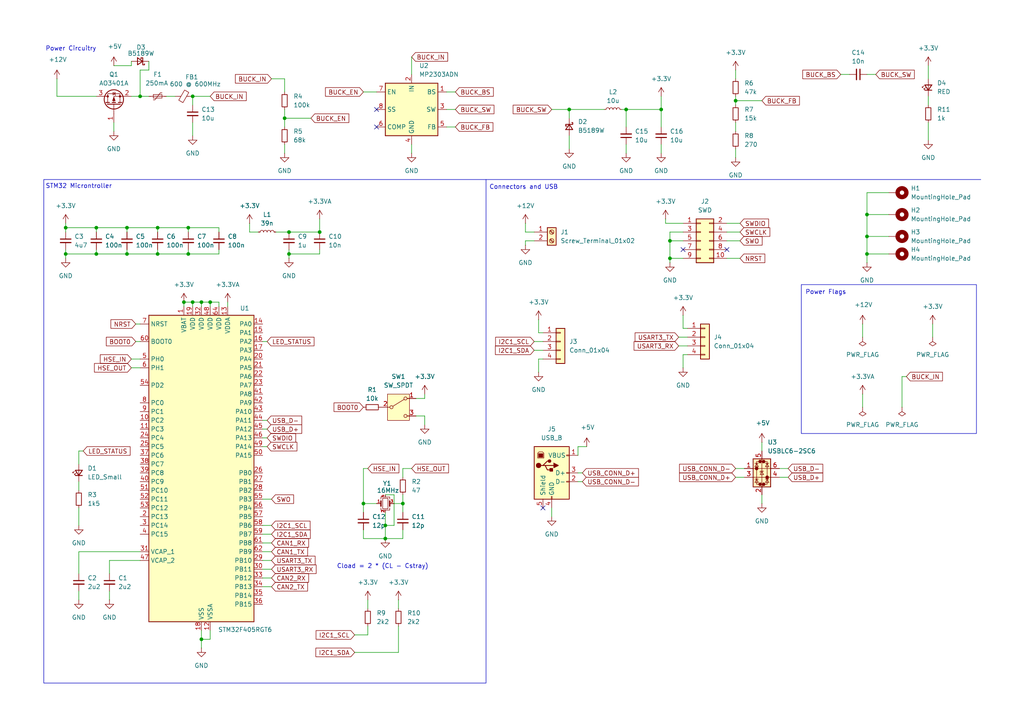
<source format=kicad_sch>
(kicad_sch (version 20231120) (generator "eeschema") (generator_version "8.0")
  (paper "A4")
  (title_block (title "STM32F4 Test Board") (date "2024-03-16") (company "Senior Design Project"))
  (lib_symbols
    (symbol "Connector:Screw_Terminal_01x02" (pin_names (offset 1.016) hide)
      (property "Reference" "J" (at 0 2.54 0))
      (property "Value" "Screw_Terminal_01x02" (at 0 -5.08 0))
      (symbol "Screw_Terminal_01x02_1_1"
        (pin passive line (at -5.08 0 0) (length 3.81) (name "Pin_1") (number "1"))
        (pin passive line (at -5.08 -2.54 0) (length 3.81) (name "Pin_2") (number "2"))
      )
    )
    (symbol "Connector:USB_B" (pin_names (offset 1.016))
      (property "Reference" "J" (at -5.08 11.43 0))
      (property "Value" "USB_B" (at -5.08 8.89 0))
      (symbol "USB_B_1_1"
        (pin power_out line (at 7.62 5.08 180) (length 2.54) (name "VBUS") (number "1"))
        (pin bidirectional line (at 7.62 -2.54 180) (length 2.54) (name "D-") (number "2"))
        (pin bidirectional line (at 7.62 0 180) (length 2.54) (name "D+") (number "3"))
        (pin power_out line (at 0 -10.16 90) (length 2.54) (name "GND") (number "4"))
        (pin passive line (at -2.54 -10.16 90) (length 2.54) (name "Shield") (number "5"))
      )
    )
    (symbol "Connector_Generic:Conn_01x04" (pin_names (offset 1.016) hide)
      (property "Reference" "J" (at 0 5.08 0))
      (property "Value" "Conn_01x04" (at 0 -7.62 0))
      (symbol "Conn_01x04_1_1"
        (pin passive line (at -5.08 2.54 0) (length 3.81) (name "Pin_1") (number "1"))
        (pin passive line (at -5.08 0 0) (length 3.81) (name "Pin_2") (number "2"))
        (pin passive line (at -5.08 -2.54 0) (length 3.81) (name "Pin_3") (number "3"))
        (pin passive line (at -5.08 -5.08 0) (length 3.81) (name "Pin_4") (number "4"))
      )
    )
    (symbol "Connector_Generic:Conn_02x05_Odd_Even" (pin_names (offset 1.016) hide)
      (property "Reference" "J" (at 1.27 7.62 0))
      (property "Value" "Conn_02x05_Odd_Even" (at 1.27 -7.62 0))
      (symbol "Conn_02x05_Odd_Even_1_1"
        (pin passive line (at -5.08 5.08 0) (length 3.81) (name "Pin_1") (number "1"))
        (pin passive line (at 7.62 -5.08 180) (length 3.81) (name "Pin_10") (number "10"))
        (pin passive line (at 7.62 5.08 180) (length 3.81) (name "Pin_2") (number "2"))
        (pin passive line (at -5.08 2.54 0) (length 3.81) (name "Pin_3") (number "3"))
        (pin passive line (at 7.62 2.54 180) (length 3.81) (name "Pin_4") (number "4"))
        (pin passive line (at -5.08 0 0) (length 3.81) (name "Pin_5") (number "5"))
        (pin passive line (at 7.62 0 180) (length 3.81) (name "Pin_6") (number "6"))
        (pin passive line (at -5.08 -2.54 0) (length 3.81) (name "Pin_7") (number "7"))
        (pin passive line (at 7.62 -2.54 180) (length 3.81) (name "Pin_8") (number "8"))
        (pin passive line (at -5.08 -5.08 0) (length 3.81) (name "Pin_9") (number "9"))
      )
    )
    (symbol "Device:C_Small" (pin_numbers hide) (pin_names (offset 0.254) hide)
      (property "Reference" "C" (at 0.254 1.778 0))
      (property "Value" "C_Small" (at 0.254 -2.032 0))
      (symbol "C_Small_1_1"
        (pin passive line (at 0 2.54 270) (length 2.032) (name "~") (number "1"))
        (pin passive line (at 0 -2.54 90) (length 2.032) (name "~") (number "2"))
      )
    )
    (symbol "Device:Crystal_GND24_Small" (pin_names (offset 1.016) hide)
      (property "Reference" "Y" (at 1.27 4.445 0))
      (property "Value" "Crystal_GND24_Small" (at 1.27 2.54 0))
      (symbol "Crystal_GND24_Small_1_1"
        (pin passive line (at -2.54 0 0) (length 1.27) (name "1") (number "1"))
        (pin passive line (at 0 -2.54 90) (length 0.635) (name "2") (number "2"))
        (pin passive line (at 2.54 0 180) (length 1.27) (name "3") (number "3"))
        (pin passive line (at 0 2.54 270) (length 0.635) (name "4") (number "4"))
      )
    )
    (symbol "Device:D_Schottky_Small" (pin_numbers hide) (pin_names (offset 0.254) hide)
      (property "Reference" "D" (at -1.27 2.032 0))
      (property "Value" "D_Schottky_Small" (at -7.112 -2.032 0))
      (symbol "D_Schottky_Small_1_1"
        (pin passive line (at -2.54 0 0) (length 1.778) (name "K") (number "1"))
        (pin passive line (at 2.54 0 180) (length 1.778) (name "A") (number "2"))
      )
    )
    (symbol "Device:FerriteBead_Small" (pin_numbers hide) (pin_names (offset 0))
      (property "Reference" "FB" (at 1.905 1.27 0))
      (property "Value" "FerriteBead_Small" (at 1.905 -1.27 0))
      (symbol "FerriteBead_Small_1_1"
        (pin passive line (at 0 2.54 270) (length 1.27) (name "~") (number "1"))
        (pin passive line (at 0 -2.54 90) (length 1.27) (name "~") (number "2"))
      )
    )
    (symbol "Device:LED_Small" (pin_numbers hide) (pin_names (offset 0.254) hide)
      (property "Reference" "D" (at -1.27 3.175 0))
      (property "Value" "LED_Small" (at -4.445 -2.54 0))
      (symbol "LED_Small_1_1"
        (pin passive line (at -2.54 0 0) (length 1.778) (name "K") (number "1"))
        (pin passive line (at 2.54 0 180) (length 1.778) (name "A") (number "2"))
      )
    )
    (symbol "Device:L_Small" (pin_numbers hide) (pin_names (offset 0.254) hide)
      (property "Reference" "L" (at 0.762 1.016 0))
      (property "Value" "L_Small" (at 0.762 -1.016 0))
      (symbol "L_Small_1_1"
        (pin passive line (at 0 2.54 270) (length 0.508) (name "~") (number "1"))
        (pin passive line (at 0 -2.54 90) (length 0.508) (name "~") (number "2"))
      )
    )
    (symbol "Device:Polyfuse_Small" (pin_numbers hide) (pin_names (offset 0))
      (property "Reference" "F" (at -1.905 0 90))
      (property "Value" "Polyfuse_Small" (at 1.905 0 90))
      (symbol "Polyfuse_Small_1_1"
        (pin passive line (at 0 2.54 270) (length 0.635) (name "~") (number "1"))
        (pin passive line (at 0 -2.54 90) (length 0.635) (name "~") (number "2"))
      )
    )
    (symbol "Device:R_Small" (pin_numbers hide) (pin_names (offset 0.254) hide)
      (property "Reference" "R" (at 0.762 0.508 0))
      (property "Value" "R_Small" (at 0.762 -1.016 0))
      (symbol "R_Small_1_1"
        (pin passive line (at 0 2.54 270) (length 0.762) (name "~") (number "1"))
        (pin passive line (at 0 -2.54 90) (length 0.762) (name "~") (number "2"))
      )
    )
    (symbol "MCU_ST_STM32F4:STM32F405RGTx"
      (property "Reference" "U" (at -15.24 46.99 0))
      (property "Value" "STM32F405RGTx" (at 10.16 46.99 0))
      (symbol "STM32F405RGTx_1_1"
        (pin power_in line (at -5.08 48.26 270) (length 2.54) (name "VBAT") (number "1"))
        (pin bidirectional line (at -17.78 15.24 0) (length 2.54) (name "PC2") (number "10"))
        (pin bidirectional line (at -17.78 12.7 0) (length 2.54) (name "PC3") (number "11"))
        (pin power_in line (at 2.54 -45.72 90) (length 2.54) (name "VSSA") (number "12"))
        (pin power_in line (at 7.62 48.26 270) (length 2.54) (name "VDDA") (number "13"))
        (pin bidirectional line (at 17.78 43.18 180) (length 2.54) (name "PA0") (number "14"))
        (pin bidirectional line (at 17.78 40.64 180) (length 2.54) (name "PA1") (number "15"))
        (pin bidirectional line (at 17.78 38.1 180) (length 2.54) (name "PA2") (number "16"))
        (pin bidirectional line (at 17.78 35.56 180) (length 2.54) (name "PA3") (number "17"))
        (pin power_in line (at 0 -45.72 90) (length 2.54) (name "VSS") (number "18"))
        (pin power_in line (at -2.54 48.26 270) (length 2.54) (name "VDD") (number "19"))
        (pin bidirectional line (at -17.78 -12.7 0) (length 2.54) (name "PC13") (number "2"))
        (pin bidirectional line (at 17.78 33.02 180) (length 2.54) (name "PA4") (number "20"))
        (pin bidirectional line (at 17.78 30.48 180) (length 2.54) (name "PA5") (number "21"))
        (pin bidirectional line (at 17.78 27.94 180) (length 2.54) (name "PA6") (number "22"))
        (pin bidirectional line (at 17.78 25.4 180) (length 2.54) (name "PA7") (number "23"))
        (pin bidirectional line (at -17.78 10.16 0) (length 2.54) (name "PC4") (number "24"))
        (pin bidirectional line (at -17.78 7.62 0) (length 2.54) (name "PC5") (number "25"))
        (pin bidirectional line (at 17.78 0 180) (length 2.54) (name "PB0") (number "26"))
        (pin bidirectional line (at 17.78 -2.54 180) (length 2.54) (name "PB1") (number "27"))
        (pin bidirectional line (at 17.78 -5.08 180) (length 2.54) (name "PB2") (number "28"))
        (pin bidirectional line (at 17.78 -25.4 180) (length 2.54) (name "PB10") (number "29"))
        (pin bidirectional line (at -17.78 -15.24 0) (length 2.54) (name "PC14") (number "3"))
        (pin bidirectional line (at 17.78 -27.94 180) (length 2.54) (name "PB11") (number "30"))
        (pin power_out line (at -17.78 -22.86 0) (length 2.54) (name "VCAP_1") (number "31"))
        (pin power_in line (at 0 48.26 270) (length 2.54) (name "VDD") (number "32"))
        (pin bidirectional line (at 17.78 -30.48 180) (length 2.54) (name "PB12") (number "33"))
        (pin bidirectional line (at 17.78 -33.02 180) (length 2.54) (name "PB13") (number "34"))
        (pin bidirectional line (at 17.78 -35.56 180) (length 2.54) (name "PB14") (number "35"))
        (pin bidirectional line (at 17.78 -38.1 180) (length 2.54) (name "PB15") (number "36"))
        (pin bidirectional line (at -17.78 5.08 0) (length 2.54) (name "PC6") (number "37"))
        (pin bidirectional line (at -17.78 2.54 0) (length 2.54) (name "PC7") (number "38"))
        (pin bidirectional line (at -17.78 0 0) (length 2.54) (name "PC8") (number "39"))
        (pin bidirectional line (at -17.78 -17.78 0) (length 2.54) (name "PC15") (number "4"))
        (pin bidirectional line (at -17.78 -2.54 0) (length 2.54) (name "PC9") (number "40"))
        (pin bidirectional line (at 17.78 22.86 180) (length 2.54) (name "PA8") (number "41"))
        (pin bidirectional line (at 17.78 20.32 180) (length 2.54) (name "PA9") (number "42"))
        (pin bidirectional line (at 17.78 17.78 180) (length 2.54) (name "PA10") (number "43"))
        (pin bidirectional line (at 17.78 15.24 180) (length 2.54) (name "PA11") (number "44"))
        (pin bidirectional line (at 17.78 12.7 180) (length 2.54) (name "PA12") (number "45"))
        (pin bidirectional line (at 17.78 10.16 180) (length 2.54) (name "PA13") (number "46"))
        (pin power_out line (at -17.78 -25.4 0) (length 2.54) (name "VCAP_2") (number "47"))
        (pin power_in line (at 2.54 48.26 270) (length 2.54) (name "VDD") (number "48"))
        (pin bidirectional line (at 17.78 7.62 180) (length 2.54) (name "PA14") (number "49"))
        (pin bidirectional line (at -17.78 33.02 0) (length 2.54) (name "PH0") (number "5"))
        (pin bidirectional line (at 17.78 5.08 180) (length 2.54) (name "PA15") (number "50"))
        (pin bidirectional line (at -17.78 -5.08 0) (length 2.54) (name "PC10") (number "51"))
        (pin bidirectional line (at -17.78 -7.62 0) (length 2.54) (name "PC11") (number "52"))
        (pin bidirectional line (at -17.78 -10.16 0) (length 2.54) (name "PC12") (number "53"))
        (pin bidirectional line (at -17.78 25.4 0) (length 2.54) (name "PD2") (number "54"))
        (pin bidirectional line (at 17.78 -7.62 180) (length 2.54) (name "PB3") (number "55"))
        (pin bidirectional line (at 17.78 -10.16 180) (length 2.54) (name "PB4") (number "56"))
        (pin bidirectional line (at 17.78 -12.7 180) (length 2.54) (name "PB5") (number "57"))
        (pin bidirectional line (at 17.78 -15.24 180) (length 2.54) (name "PB6") (number "58"))
        (pin bidirectional line (at 17.78 -17.78 180) (length 2.54) (name "PB7") (number "59"))
        (pin bidirectional line (at -17.78 30.48 0) (length 2.54) (name "PH1") (number "6"))
        (pin input line (at -17.78 38.1 0) (length 2.54) (name "BOOT0") (number "60"))
        (pin bidirectional line (at 17.78 -20.32 180) (length 2.54) (name "PB8") (number "61"))
        (pin bidirectional line (at 17.78 -22.86 180) (length 2.54) (name "PB9") (number "62"))
        (pin passive line (at 0 -45.72 90) (length 2.54) hide (name "VSS") (number "63"))
        (pin power_in line (at 5.08 48.26 270) (length 2.54) (name "VDD") (number "64"))
        (pin input line (at -17.78 43.18 0) (length 2.54) (name "NRST") (number "7"))
        (pin bidirectional line (at -17.78 20.32 0) (length 2.54) (name "PC0") (number "8"))
        (pin bidirectional line (at -17.78 17.78 0) (length 2.54) (name "PC1") (number "9"))
      )
    )
    (symbol "Mechanical:MountingHole_Pad" (pin_numbers hide) (pin_names (offset 1.016) hide) (exclude_from_sim yes) (in_bom no)
      (property "Reference" "H" (at 0 6.35 0))
      (property "Value" "MountingHole_Pad" (at 0 4.445 0))
      (symbol "MountingHole_Pad_1_1"
        (pin input line (at 0 -2.54 90) (length 2.54) (name "1") (number "1"))
      )
    )
    (symbol "Power_Protection:USBLC6-2SC6" (pin_names hide)
      (property "Reference" "U" (at 0.635 5.715 0))
      (property "Value" "USBLC6-2SC6" (at 0.635 3.81 0))
      (symbol "USBLC6-2SC6_1_1"
        (pin passive line (at -5.08 0 0) (length 2.54) (name "I/O1") (number "1"))
        (pin passive line (at 0 -7.62 90) (length 2.54) (name "GND") (number "2"))
        (pin passive line (at -5.08 -2.54 0) (length 2.54) (name "I/O2") (number "3"))
        (pin passive line (at 5.08 -2.54 180) (length 2.54) (name "I/O2") (number "4"))
        (pin passive line (at 0 5.08 270) (length 2.54) (name "VBUS") (number "5"))
        (pin passive line (at 5.08 0 180) (length 2.54) (name "I/O1") (number "6"))
      )
    )
    (symbol "Regulator_Switching:MP2303ADN"
      (property "Reference" "U" (at -7.366 8.636 0))
      (property "Value" "MP2303ADN" (at 7.62 8.89 0))
      (symbol "MP2303ADN_1_1"
        (pin passive line (at 10.16 5.08 180) (length 2.54) (name "BS") (number "1"))
        (pin power_in line (at 0 10.16 270) (length 2.54) (name "IN") (number "2"))
        (pin output line (at 10.16 0 180) (length 2.54) (name "SW") (number "3"))
        (pin power_in line (at 0 -10.16 90) (length 2.54) (name "GND") (number "4"))
        (pin input line (at 10.16 -5.08 180) (length 2.54) (name "FB") (number "5"))
        (pin passive line (at -10.16 -5.08 0) (length 2.54) (name "COMP") (number "6"))
        (pin input line (at -10.16 5.08 0) (length 2.54) (name "EN") (number "7"))
        (pin input line (at -10.16 0 0) (length 2.54) (name "SS") (number "8"))
      )
    )
    (symbol "Switch:SW_SPDT" (pin_names (offset 0) hide)
      (property "Reference" "SW" (at 0 5.08 0))
      (property "Value" "SW_SPDT" (at 0 -5.08 0))
      (symbol "SW_SPDT_1_1"
        (pin passive line (at 5.08 2.54 180) (length 2.54) (name "A") (number "1"))
        (pin passive line (at -5.08 0 0) (length 2.54) (name "B") (number "2"))
        (pin passive line (at 5.08 -2.54 180) (length 2.54) (name "C") (number "3"))
      )
    )
    (symbol "Transistor_FET:AO3401A" (pin_names hide)
      (property "Reference" "Q" (at 5.08 1.905 0))
      (property "Value" "AO3401A" (at 5.08 0 0))
      (symbol "AO3401A_1_1"
        (pin input line (at -5.08 0 0) (length 2.54) (name "G") (number "1"))
        (pin passive line (at 2.54 -5.08 90) (length 2.54) (name "S") (number "2"))
        (pin passive line (at 2.54 5.08 270) (length 2.54) (name "D") (number "3"))
      )
    )
    (symbol "power:+12V" (power) (pin_numbers hide) (pin_names (offset 0) hide)
      (property "Value" "+12V" (at 0 3.556 0))
      (symbol "+12V_1_1"
        (pin power_in line (at 0 0 90) (length 0) (name "~") (number "1"))
      )
    )
    (symbol "power:+3.3V" (power) (pin_numbers hide) (pin_names (offset 0) hide)
      (property "Value" "+3.3V" (at 0 3.556 0))
      (symbol "+3.3V_1_1"
        (pin power_in line (at 0 0 90) (length 0) (name "~") (number "1"))
      )
    )
    (symbol "power:+3.3VA" (power) (pin_numbers hide) (pin_names (offset 0) hide)
      (property "Value" "+3.3VA" (at 0 3.556 0))
      (symbol "+3.3VA_1_1"
        (pin power_in line (at 0 0 90) (length 0) (name "~") (number "1"))
      )
    )
    (symbol "power:GND" (power) (pin_numbers hide) (pin_names (offset 0) hide)
      (property "Value" "GND" (at 0 -3.81 0))
      (symbol "GND_1_1"
        (pin power_in line (at 0 0 270) (length 0) (name "~") (number "1"))
      )
    )
    (symbol "power:PWR_FLAG" (power) (pin_numbers hide) (pin_names (offset 0) hide)
      (property "Value" "PWR_FLAG" (at 0 3.81 0))
      (symbol "PWR_FLAG_0_0"
        (pin power_out line (at 0 0 90) (length 0) (name "~") (number "1"))
      )
    )
  )
  (junction (at 111.76 156.21))
  (junction (at 27.94 66.04))
  (junction (at 116.84 146.05))
  (junction (at 45.72 66.04))
  (junction (at 251.46 73.66))
  (junction (at 83.82 67.31))
  (junction (at 181.61 31.75))
  (junction (at 83.82 73.66))
  (junction (at 19.05 73.66))
  (junction (at 36.83 66.04))
  (junction (at 105.41 146.05))
  (junction (at 27.94 73.66))
  (junction (at 82.55 34.29))
  (junction (at 213.36 29.21))
  (junction (at 58.42 185.42))
  (junction (at 45.72 73.66))
  (junction (at 165.1 31.75))
  (junction (at 92.71 67.31))
  (junction (at 194.31 74.93))
  (junction (at 251.46 62.23))
  (junction (at 40.64 27.94))
  (junction (at 54.61 73.66))
  (junction (at 36.83 73.66))
  (junction (at 54.61 66.04))
  (junction (at 60.96 87.63))
  (junction (at 251.46 68.58))
  (junction (at 191.77 31.75))
  (junction (at 111.76 152.4))
  (junction (at 58.42 87.63))
  (junction (at 194.31 69.85))
  (junction (at 19.05 66.04))
  (junction (at 55.88 87.63))
  (junction (at 55.88 27.94))
  (junction (at 53.34 87.63))
  (no_connect (at 198.12 72.39))
  (no_connect (at 157.48 147.32))
  (no_connect (at 109.22 31.75))
  (no_connect (at 210.82 72.39))
  (no_connect (at 109.22 36.83))
  (wire (pts (xy 251.46 21.59) (xy 254 21.59)))
  (wire (pts (xy 119.38 41.91) (xy 119.38 44.45)))
  (wire (pts (xy 60.96 87.63) (xy 60.96 88.9)))
  (wire (pts (xy 198.12 95.25) (xy 199.39 95.25)))
  (wire (pts (xy 58.42 182.88) (xy 58.42 185.42)))
  (wire (pts (xy 76.2 154.94) (xy 78.74 154.94)))
  (wire (pts (xy 152.4 71.12) (xy 152.4 69.85)))
  (wire (pts (xy 76.2 170.18) (xy 78.74 170.18)))
  (wire (pts (xy 191.77 41.91) (xy 191.77 44.45)))
  (wire (pts (xy 213.36 135.89) (xy 215.9 135.89)))
  (wire (pts (xy 102.87 189.23) (xy 115.57 189.23)))
  (wire (pts (xy 76.2 167.64) (xy 78.74 167.64)))
  (wire (pts (xy 45.72 66.04) (xy 45.72 67.31)))
  (wire (pts (xy 19.05 72.39) (xy 19.05 73.66)))
  (wire (pts (xy 129.54 26.67) (xy 132.08 26.67)))
  (wire (pts (xy 111.76 148.59) (xy 111.76 152.4)))
  (wire (pts (xy 220.98 128.27) (xy 220.98 130.81)))
  (wire (pts (xy 22.86 147.32) (xy 22.86 152.4)))
  (wire (pts (xy 82.55 22.86) (xy 82.55 26.67)))
  (wire (pts (xy 55.88 87.63) (xy 53.34 87.63)))
  (wire (pts (xy 213.36 29.21) (xy 213.36 30.48)))
  (wire (pts (xy 40.64 20.32) (xy 40.64 27.94)))
  (wire (pts (xy 63.5 72.39) (xy 63.5 73.66)))
  (wire (pts (xy 36.83 66.04) (xy 36.83 67.31)))
  (wire (pts (xy 45.72 66.04) (xy 36.83 66.04)))
  (wire (pts (xy 251.46 68.58) (xy 251.46 73.66)))
  (wire (pts (xy 55.88 87.63) (xy 55.88 88.9)))
  (wire (pts (xy 198.12 91.44) (xy 198.12 95.25)))
  (wire (pts (xy 251.46 68.58) (xy 257.81 68.58)))
  (wire (pts (xy 115.57 189.23) (xy 115.57 181.61)))
  (wire (pts (xy 119.38 135.89) (xy 116.84 135.89)))
  (wire (pts (xy 198.12 67.31) (xy 194.31 67.31)))
  (wire (pts (xy 156.21 104.14) (xy 157.48 104.14)))
  (wire (pts (xy 63.5 73.66) (xy 54.61 73.66)))
  (wire (pts (xy 19.05 64.77) (xy 19.05 66.04)))
  (wire (pts (xy 269.24 19.05) (xy 269.24 22.86)))
  (wire (pts (xy 196.85 100.33) (xy 199.39 100.33)))
  (wire (pts (xy 129.54 31.75) (xy 132.08 31.75)))
  (wire (pts (xy 105.41 26.67) (xy 109.22 26.67)))
  (wire (pts (xy 54.61 72.39) (xy 54.61 73.66)))
  (wire (pts (xy 27.94 72.39) (xy 27.94 73.66)))
  (wire (pts (xy 106.68 184.15) (xy 106.68 181.61)))
  (wire (pts (xy 154.94 67.31) (xy 152.4 67.31)))
  (wire (pts (xy 76.2 144.78) (xy 78.74 144.78)))
  (wire (pts (xy 31.75 166.37) (xy 31.75 162.56)))
  (wire (pts (xy 167.64 139.7) (xy 168.91 139.7)))
  (wire (pts (xy 55.88 35.56) (xy 55.88 39.37)))
  (wire (pts (xy 22.86 130.81) (xy 22.86 134.62)))
  (wire (pts (xy 76.2 160.02) (xy 78.74 160.02)))
  (wire (pts (xy 33.02 35.56) (xy 33.02 38.1)))
  (wire (pts (xy 251.46 55.88) (xy 251.46 62.23)))
  (wire (pts (xy 213.36 43.18) (xy 213.36 45.72)))
  (wire (pts (xy 76.2 127) (xy 77.47 127)))
  (wire (pts (xy 154.94 101.6) (xy 157.48 101.6)))
  (wire (pts (xy 114.3 152.4) (xy 111.76 152.4)))
  (wire (pts (xy 261.62 118.11) (xy 261.62 109.22)))
  (wire (pts (xy 167.64 129.54) (xy 167.64 132.08)))
  (wire (pts (xy 165.1 39.37) (xy 165.1 43.18)))
  (wire (pts (xy 210.82 64.77) (xy 214.63 64.77)))
  (wire (pts (xy 80.01 67.31) (xy 83.82 67.31)))
  (wire (pts (xy 269.24 35.56) (xy 269.24 40.64)))
  (wire (pts (xy 72.39 67.31) (xy 74.93 67.31)))
  (wire (pts (xy 43.18 20.32) (xy 40.64 20.32)))
  (wire (pts (xy 213.36 20.32) (xy 213.36 22.86)))
  (wire (pts (xy 198.12 102.87) (xy 199.39 102.87)))
  (wire (pts (xy 181.61 31.75) (xy 181.61 36.83)))
  (wire (pts (xy 55.88 27.94) (xy 60.96 27.94)))
  (wire (pts (xy 129.54 36.83) (xy 132.08 36.83)))
  (wire (pts (xy 106.68 135.89) (xy 105.41 135.89)))
  (wire (pts (xy 54.61 66.04) (xy 54.61 67.31)))
  (wire (pts (xy 63.5 87.63) (xy 60.96 87.63)))
  (wire (pts (xy 33.02 19.05) (xy 38.1 19.05)))
  (wire (pts (xy 261.62 109.22) (xy 262.89 109.22)))
  (wire (pts (xy 116.84 135.89) (xy 116.84 138.43)))
  (wire (pts (xy 123.19 115.57) (xy 123.19 114.3)))
  (wire (pts (xy 250.19 93.98) (xy 250.19 97.79)))
  (wire (pts (xy 66.04 87.63) (xy 66.04 88.9)))
  (wire (pts (xy 76.2 121.92) (xy 77.47 121.92)))
  (wire (pts (xy 160.02 31.75) (xy 165.1 31.75)))
  (wire (pts (xy 156.21 96.52) (xy 157.48 96.52)))
  (wire (pts (xy 36.83 73.66) (xy 27.94 73.66)))
  (wire (pts (xy 191.77 31.75) (xy 191.77 27.94)))
  (wire (pts (xy 194.31 74.93) (xy 194.31 76.2)))
  (wire (pts (xy 194.31 69.85) (xy 194.31 74.93)))
  (wire (pts (xy 54.61 73.66) (xy 45.72 73.66)))
  (wire (pts (xy 160.02 149.86) (xy 160.02 147.32)))
  (wire (pts (xy 210.82 67.31) (xy 214.63 67.31)))
  (wire (pts (xy 220.98 143.51) (xy 220.98 146.05)))
  (wire (pts (xy 226.06 135.89) (xy 228.6 135.89)))
  (wire (pts (xy 22.86 171.45) (xy 22.86 173.99)))
  (wire (pts (xy 198.12 106.68) (xy 198.12 102.87)))
  (wire (pts (xy 53.34 87.63) (xy 53.34 88.9)))
  (wire (pts (xy 60.96 185.42) (xy 58.42 185.42)))
  (wire (pts (xy 76.2 157.48) (xy 78.74 157.48)))
  (wire (pts (xy 31.75 171.45) (xy 31.75 173.99)))
  (wire (pts (xy 196.85 97.79) (xy 199.39 97.79)))
  (wire (pts (xy 251.46 62.23) (xy 251.46 68.58)))
  (wire (pts (xy 72.39 64.77) (xy 72.39 67.31)))
  (wire (pts (xy 83.82 73.66) (xy 83.82 74.93)))
  (wire (pts (xy 180.34 31.75) (xy 181.61 31.75)))
  (wire (pts (xy 167.64 129.54) (xy 170.18 129.54)))
  (wire (pts (xy 105.41 146.05) (xy 109.22 146.05)))
  (wire (pts (xy 250.19 114.3) (xy 250.19 118.11)))
  (wire (pts (xy 251.46 73.66) (xy 251.46 76.2)))
  (wire (pts (xy 43.18 17.78) (xy 43.18 20.32)))
  (wire (pts (xy 102.87 184.15) (xy 106.68 184.15)))
  (wire (pts (xy 92.71 73.66) (xy 83.82 73.66)))
  (wire (pts (xy 213.36 29.21) (xy 220.98 29.21)))
  (wire (pts (xy 194.31 69.85) (xy 198.12 69.85)))
  (wire (pts (xy 92.71 72.39) (xy 92.71 73.66)))
  (wire (pts (xy 76.2 162.56) (xy 78.74 162.56)))
  (wire (pts (xy 213.36 27.94) (xy 213.36 29.21)))
  (wire (pts (xy 210.82 74.93) (xy 214.63 74.93)))
  (wire (pts (xy 194.31 67.31) (xy 194.31 69.85)))
  (wire (pts (xy 54.61 66.04) (xy 45.72 66.04)))
  (wire (pts (xy 82.55 34.29) (xy 90.17 34.29)))
  (wire (pts (xy 198.12 64.77) (xy 193.04 64.77)))
  (wire (pts (xy 76.2 152.4) (xy 78.74 152.4)))
  (wire (pts (xy 45.72 72.39) (xy 45.72 73.66)))
  (wire (pts (xy 116.84 146.05) (xy 114.3 146.05)))
  (wire (pts (xy 58.42 185.42) (xy 58.42 187.96)))
  (wire (pts (xy 38.1 104.14) (xy 40.64 104.14)))
  (wire (pts (xy 76.2 165.1) (xy 78.74 165.1)))
  (wire (pts (xy 226.06 138.43) (xy 228.6 138.43)))
  (wire (pts (xy 92.71 63.5) (xy 92.71 67.31)))
  (wire (pts (xy 55.88 27.94) (xy 55.88 30.48)))
  (wire (pts (xy 116.84 148.59) (xy 116.84 146.05)))
  (wire (pts (xy 120.65 120.65) (xy 123.19 120.65)))
  (wire (pts (xy 83.82 67.31) (xy 92.71 67.31)))
  (wire (pts (xy 105.41 156.21) (xy 111.76 156.21)))
  (wire (pts (xy 38.1 106.68) (xy 40.64 106.68)))
  (wire (pts (xy 60.96 87.63) (xy 58.42 87.63)))
  (wire (pts (xy 39.37 93.98) (xy 40.64 93.98)))
  (wire (pts (xy 152.4 67.31) (xy 152.4 64.77)))
  (wire (pts (xy 105.41 135.89) (xy 105.41 146.05)))
  (wire (pts (xy 76.2 129.54) (xy 77.47 129.54)))
  (wire (pts (xy 78.74 22.86) (xy 82.55 22.86)))
  (wire (pts (xy 63.5 67.31) (xy 63.5 66.04)))
  (wire (pts (xy 38.1 19.05) (xy 38.1 17.78)))
  (wire (pts (xy 194.31 74.93) (xy 198.12 74.93)))
  (wire (pts (xy 269.24 27.94) (xy 269.24 30.48)))
  (wire (pts (xy 60.96 182.88) (xy 60.96 185.42)))
  (wire (pts (xy 123.19 120.65) (xy 123.19 123.19)))
  (wire (pts (xy 156.21 107.95) (xy 156.21 104.14)))
  (wire (pts (xy 111.76 143.51) (xy 114.3 143.51)))
  (wire (pts (xy 243.84 21.59) (xy 246.38 21.59)))
  (wire (pts (xy 31.75 162.56) (xy 40.64 162.56)))
  (wire (pts (xy 115.57 173.99) (xy 115.57 176.53)))
  (wire (pts (xy 257.81 55.88) (xy 251.46 55.88)))
  (wire (pts (xy 105.41 148.59) (xy 105.41 146.05)))
  (wire (pts (xy 181.61 31.75) (xy 191.77 31.75)))
  (wire (pts (xy 16.51 27.94) (xy 27.94 27.94)))
  (wire (pts (xy 181.61 41.91) (xy 181.61 44.45)))
  (wire (pts (xy 36.83 72.39) (xy 36.83 73.66)))
  (wire (pts (xy 251.46 73.66) (xy 257.81 73.66)))
  (wire (pts (xy 22.86 139.7) (xy 22.86 142.24)))
  (wire (pts (xy 213.36 138.43) (xy 215.9 138.43)))
  (wire (pts (xy 58.42 87.63) (xy 58.42 88.9)))
  (wire (pts (xy 45.72 73.66) (xy 36.83 73.66)))
  (wire (pts (xy 111.76 152.4) (xy 111.76 156.21)))
  (polyline (pts (xy 140.97 52.07) (xy 284.48 52.07)))
  (wire (pts (xy 39.37 99.06) (xy 40.64 99.06)))
  (wire (pts (xy 82.55 41.91) (xy 82.55 44.45)))
  (wire (pts (xy 27.94 73.66) (xy 19.05 73.66)))
  (wire (pts (xy 82.55 31.75) (xy 82.55 34.29)))
  (wire (pts (xy 76.2 99.06) (xy 77.47 99.06)))
  (wire (pts (xy 152.4 69.85) (xy 154.94 69.85)))
  (wire (pts (xy 22.86 160.02) (xy 40.64 160.02)))
  (wire (pts (xy 106.68 173.99) (xy 106.68 176.53)))
  (wire (pts (xy 24.13 130.81) (xy 22.86 130.81)))
  (wire (pts (xy 27.94 66.04) (xy 27.94 67.31)))
  (wire (pts (xy 48.26 27.94) (xy 50.8 27.94)))
  (wire (pts (xy 76.2 124.46) (xy 77.47 124.46)))
  (wire (pts (xy 58.42 87.63) (xy 55.88 87.63)))
  (wire (pts (xy 105.41 153.67) (xy 105.41 156.21)))
  (wire (pts (xy 116.84 153.67) (xy 116.84 156.21)))
  (wire (pts (xy 116.84 143.51) (xy 116.84 146.05)))
  (wire (pts (xy 165.1 31.75) (xy 175.26 31.75)))
  (wire (pts (xy 193.04 64.77) (xy 193.04 63.5)))
  (wire (pts (xy 63.5 88.9) (xy 63.5 87.63)))
  (wire (pts (xy 119.38 16.51) (xy 119.38 21.59)))
  (wire (pts (xy 19.05 73.66) (xy 19.05 74.93)))
  (wire (pts (xy 191.77 31.75) (xy 191.77 36.83)))
  (wire (pts (xy 22.86 166.37) (xy 22.86 160.02)))
  (wire (pts (xy 16.51 22.86) (xy 16.51 27.94)))
  (wire (pts (xy 154.94 99.06) (xy 157.48 99.06)))
  (wire (pts (xy 116.84 156.21) (xy 111.76 156.21)))
  (wire (pts (xy 114.3 143.51) (xy 114.3 152.4)))
  (wire (pts (xy 36.83 66.04) (xy 27.94 66.04)))
  (wire (pts (xy 156.21 92.71) (xy 156.21 96.52)))
  (wire (pts (xy 27.94 66.04) (xy 19.05 66.04)))
  (wire (pts (xy 270.51 93.98) (xy 270.51 97.79)))
  (wire (pts (xy 168.91 137.16) (xy 167.64 137.16)))
  (wire (pts (xy 120.65 115.57) (xy 123.19 115.57)))
  (wire (pts (xy 165.1 31.75) (xy 165.1 34.29)))
  (wire (pts (xy 251.46 62.23) (xy 257.81 62.23)))
  (wire (pts (xy 40.64 27.94) (xy 43.18 27.94)))
  (wire (pts (xy 82.55 34.29) (xy 82.55 36.83)))
  (wire (pts (xy 19.05 66.04) (xy 19.05 67.31)))
  (wire (pts (xy 63.5 66.04) (xy 54.61 66.04)))
  (wire (pts (xy 38.1 27.94) (xy 40.64 27.94)))
  (wire (pts (xy 210.82 69.85) (xy 214.63 69.85)))
  (wire (pts (xy 83.82 72.39) (xy 83.82 73.66)))
  (wire (pts (xy 213.36 35.56) (xy 213.36 38.1)))
  (rectangle (start 12.7 52.07) (end 140.97 198.12))
  (rectangle (start 232.41 82.55) (end 283.21 125.73))
  (text "STM32 Microntroller" (at 22.86 54.102 0) (effects (font (size 1.27 1.27))))
  (text "Power Flags" (at 239.522 84.836 0) (effects (font (size 1.27 1.27))))
  (text "Connectors and USB" (at 151.892 54.356 0) (effects (font (size 1.27 1.27))))
  (text "Power Circuitry" (at 20.574 14.224 0) (effects (font (size 1.27 1.27))))
  (text "Cload = 2 * (CL - Cstray)" (at 110.998 164.338 0) (effects (font (size 1.27 1.27))))
  (global_label "BUCK_EN" (shape input) (at 105.41 26.67 180) (property "Intersheetrefs" "${INTERSHEET_REFS}" (effects (hide yes))))
  (global_label "BUCK_IN" (shape input) (at 78.74 22.86 180) (property "Intersheetrefs" "${INTERSHEET_REFS}" (effects (hide yes))))
  (global_label "USART3_RX" (shape input) (at 196.85 100.33 180) (property "Intersheetrefs" "${INTERSHEET_REFS}" (effects (hide yes))))
  (global_label "I2C1_SDA" (shape input) (at 78.74 154.94 0) (property "Intersheetrefs" "${INTERSHEET_REFS}" (effects (hide yes))))
  (global_label "HSE_OUT" (shape input) (at 119.38 135.89 0) (property "Intersheetrefs" "${INTERSHEET_REFS}" (effects (hide yes))))
  (global_label "I2C1_SDA" (shape input) (at 154.94 101.6 180) (property "Intersheetrefs" "${INTERSHEET_REFS}" (effects (hide yes))))
  (global_label "SWO" (shape input) (at 214.63 69.85 0) (property "Intersheetrefs" "${INTERSHEET_REFS}" (effects (hide yes))))
  (global_label "BUCK_IN" (shape input) (at 119.38 16.51 0) (property "Intersheetrefs" "${INTERSHEET_REFS}" (effects (hide yes))))
  (global_label "CAN1_RX" (shape input) (at 78.74 157.48 0) (property "Intersheetrefs" "${INTERSHEET_REFS}" (effects (hide yes))))
  (global_label "USB_D-" (shape input) (at 228.6 135.89 0) (property "Intersheetrefs" "${INTERSHEET_REFS}" (effects (hide yes))))
  (global_label "USB_CONN_D+" (shape input) (at 168.91 137.16 0) (property "Intersheetrefs" "${INTERSHEET_REFS}" (effects (hide yes))))
  (global_label "BUCK_SW" (shape input) (at 254 21.59 0) (property "Intersheetrefs" "${INTERSHEET_REFS}" (effects (hide yes))))
  (global_label "HSE_OUT" (shape input) (at 38.1 106.68 180) (property "Intersheetrefs" "${INTERSHEET_REFS}" (effects (hide yes))))
  (global_label "BUCK_IN" (shape input) (at 60.96 27.94 0) (property "Intersheetrefs" "${INTERSHEET_REFS}" (effects (hide yes))))
  (global_label "SWO" (shape input) (at 78.74 144.78 0) (property "Intersheetrefs" "${INTERSHEET_REFS}" (effects (hide yes))))
  (global_label "USART3_TX" (shape input) (at 78.74 162.56 0) (property "Intersheetrefs" "${INTERSHEET_REFS}" (effects (hide yes))))
  (global_label "CAN1_TX" (shape input) (at 78.74 160.02 0) (property "Intersheetrefs" "${INTERSHEET_REFS}" (effects (hide yes))))
  (global_label "BUCK_BS" (shape input) (at 243.84 21.59 180) (property "Intersheetrefs" "${INTERSHEET_REFS}" (effects (hide yes))))
  (global_label "USART3_TX" (shape input) (at 196.85 97.79 180) (property "Intersheetrefs" "${INTERSHEET_REFS}" (effects (hide yes))))
  (global_label "BUCK_EN" (shape input) (at 90.17 34.29 0) (property "Intersheetrefs" "${INTERSHEET_REFS}" (effects (hide yes))))
  (global_label "SWCLK" (shape input) (at 77.47 129.54 0) (property "Intersheetrefs" "${INTERSHEET_REFS}" (effects (hide yes))))
  (global_label "I2C1_SCL" (shape input) (at 78.74 152.4 0) (property "Intersheetrefs" "${INTERSHEET_REFS}" (effects (hide yes))))
  (global_label "USB_CONN_D-" (shape input) (at 213.36 135.89 180) (property "Intersheetrefs" "${INTERSHEET_REFS}" (effects (hide yes))))
  (global_label "BOOT0" (shape input) (at 39.37 99.06 180) (property "Intersheetrefs" "${INTERSHEET_REFS}" (effects (hide yes))))
  (global_label "I2C1_SCL" (shape input) (at 102.87 184.15 180) (property "Intersheetrefs" "${INTERSHEET_REFS}" (effects (hide yes))))
  (global_label "USART3_RX" (shape input) (at 78.74 165.1 0) (property "Intersheetrefs" "${INTERSHEET_REFS}" (effects (hide yes))))
  (global_label "USB_D+" (shape input) (at 77.47 124.46 0) (property "Intersheetrefs" "${INTERSHEET_REFS}" (effects (hide yes))))
  (global_label "CAN2_TX" (shape input) (at 78.74 170.18 0) (property "Intersheetrefs" "${INTERSHEET_REFS}" (effects (hide yes))))
  (global_label "LED_STATUS" (shape input) (at 77.47 99.06 0) (property "Intersheetrefs" "${INTERSHEET_REFS}" (effects (hide yes))))
  (global_label "HSE_IN" (shape input) (at 106.68 135.89 0) (property "Intersheetrefs" "${INTERSHEET_REFS}" (effects (hide yes))))
  (global_label "USB_D+" (shape input) (at 228.6 138.43 0) (property "Intersheetrefs" "${INTERSHEET_REFS}" (effects (hide yes))))
  (global_label "BUCK_FB" (shape input) (at 132.08 36.83 0) (property "Intersheetrefs" "${INTERSHEET_REFS}" (effects (hide yes))))
  (global_label "USB_CONN_D+" (shape input) (at 213.36 138.43 180) (property "Intersheetrefs" "${INTERSHEET_REFS}" (effects (hide yes))))
  (global_label "NRST" (shape input) (at 214.63 74.93 0) (property "Intersheetrefs" "${INTERSHEET_REFS}" (effects (hide yes))))
  (global_label "SWDIO" (shape input) (at 214.63 64.77 0) (property "Intersheetrefs" "${INTERSHEET_REFS}" (effects (hide yes))))
  (global_label "I2C1_SDA" (shape input) (at 102.87 189.23 180) (property "Intersheetrefs" "${INTERSHEET_REFS}" (effects (hide yes))))
  (global_label "BUCK_SW" (shape input) (at 132.08 31.75 0) (property "Intersheetrefs" "${INTERSHEET_REFS}" (effects (hide yes))))
  (global_label "BUCK_IN" (shape input) (at 262.89 109.22 0) (property "Intersheetrefs" "${INTERSHEET_REFS}" (effects (hide yes))))
  (global_label "BOOT0" (shape input) (at 105.41 118.11 180) (property "Intersheetrefs" "${INTERSHEET_REFS}" (effects (hide yes))))
  (global_label "USB_D-" (shape input) (at 77.47 121.92 0) (property "Intersheetrefs" "${INTERSHEET_REFS}" (effects (hide yes))))
  (global_label "NRST" (shape input) (at 39.37 93.98 180) (property "Intersheetrefs" "${INTERSHEET_REFS}" (effects (hide yes))))
  (global_label "LED_STATUS" (shape input) (at 24.13 130.81 0) (property "Intersheetrefs" "${INTERSHEET_REFS}" (effects (hide yes))))
  (global_label "BUCK_FB" (shape input) (at 220.98 29.21 0) (property "Intersheetrefs" "${INTERSHEET_REFS}" (effects (hide yes))))
  (global_label "USB_CONN_D-" (shape input) (at 168.91 139.7 0) (property "Intersheetrefs" "${INTERSHEET_REFS}" (effects (hide yes))))
  (global_label "CAN2_RX" (shape input) (at 78.74 167.64 0) (property "Intersheetrefs" "${INTERSHEET_REFS}" (effects (hide yes))))
  (global_label "SWCLK" (shape input) (at 214.63 67.31 0) (property "Intersheetrefs" "${INTERSHEET_REFS}" (effects (hide yes))))
  (global_label "BUCK_SW" (shape input) (at 160.02 31.75 180) (property "Intersheetrefs" "${INTERSHEET_REFS}" (effects (hide yes))))
  (global_label "HSE_IN" (shape input) (at 38.1 104.14 180) (property "Intersheetrefs" "${INTERSHEET_REFS}" (effects (hide yes))))
  (global_label "BUCK_BS" (shape input) (at 132.08 26.67 0) (property "Intersheetrefs" "${INTERSHEET_REFS}" (effects (hide yes))))
  (global_label "SWDIO" (shape input) (at 77.47 127 0) (property "Intersheetrefs" "${INTERSHEET_REFS}" (effects (hide yes))))
  (global_label "I2C1_SCL" (shape input) (at 154.94 99.06 180) (property "Intersheetrefs" "${INTERSHEET_REFS}" (effects (hide yes))))
  (symbol (lib_id "power:+3.3VA") (at 250.19 114.3 0) (unit 1)
    (property "Reference" "#PWR045" (effects (hide yes)))
    (property "Value" "+3.3VA" (at 250.19 109.22 0))
    (property "Description" "Power symbol creates a global label with name \"+3.3VA\"" (effects (hide yes)))
  )
  (symbol (lib_id "power:+3.3VA") (at 66.04 87.63 0) (unit 1)
    (property "Reference" "#PWR03" (effects (hide yes)))
    (property "Value" "+3.3VA" (at 66.04 82.55 0))
    (property "Description" "Power symbol creates a global label with name \"+3.3VA\"" (effects (hide yes)))
  )
  (symbol (lib_id "power:+3.3V") (at 115.57 173.99 0) (unit 1)
    (property "Reference" "#PWR031" (effects (hide yes)))
    (property "Value" "+3.3V" (at 115.57 168.91 0))
    (property "Description" "Power symbol creates a global label with name \"+3.3V\"" (effects (hide yes)))
  )
  (symbol (lib_id "Device:L_Small") (at 177.8 31.75 90) (unit 1)
    (property "Reference" "L2" (at 177.8 26.67 90))
    (property "Value" "10u" (at 177.8 29.21 90))
    (property "Footprint" "Inductor_SMD:L_Sunlord_MWSA0518S" (effects (hide yes)))
    (property "Description" "Inductor, small symbol" (effects (hide yes)))
  )
  (symbol (lib_id "Device:C_Small") (at 19.05 69.85 0) (unit 1)
    (property "Reference" "C3" (at 21.59 68.5862 0) (effects (justify left)))
    (property "Value" "4u7" (at 21.59 71.1262 0) (effects (justify left)))
    (property "Footprint" "Capacitor_SMD:C_0603_1608Metric" (effects (hide yes)))
    (property "Description" "Unpolarized capacitor, small symbol" (effects (hide yes)))
  )
  (symbol (lib_id "Device:C_Small") (at 248.92 21.59 270) (unit 1)
    (property "Reference" "C14" (at 248.9136 15.24 90))
    (property "Value" "10n" (at 248.9136 17.78 90))
    (property "Footprint" "Capacitor_SMD:C_0603_1608Metric" (effects (hide yes)))
    (property "Description" "Unpolarized capacitor, small symbol" (effects (hide yes)))
  )
  (symbol (lib_id "power:GND") (at 191.77 44.45 0) (unit 1)
    (property "Reference" "#PWR022" (effects (hide yes)))
    (property "Value" "GND" (at 191.77 49.53 0))
    (property "Description" "Power symbol creates a global label with name \"GND\" , ground" (effects (hide yes)))
  )
  (symbol (lib_id "Device:C_Small") (at 105.41 151.13 0) (unit 1)
    (property "Reference" "C12" (at 107.95 149.8662 0) (effects (justify left)))
    (property "Value" "12p" (at 107.95 152.4062 0) (effects (justify left)))
    (property "Footprint" "Capacitor_SMD:C_0402_1005Metric" (effects (hide yes)))
    (property "Description" "Unpolarized capacitor, small symbol" (effects (hide yes)))
  )
  (symbol (lib_id "Mechanical:MountingHole_Pad") (at 260.35 55.88 270) (unit 1) (exclude_from_sim yes) (in_bom no)
    (property "Reference" "H1" (at 264.16 54.6099 90) (effects (justify left)))
    (property "Value" "MountingHole_Pad" (at 264.16 57.1499 90) (effects (justify left)))
    (property "Footprint" "MountingHole:MountingHole_4.3mm_M4_Pad_Via" (effects (hide yes)))
    (property "Description" "Mounting Hole with connection" (effects (hide yes)))
  )
  (symbol (lib_id "power:GND") (at 181.61 44.45 0) (unit 1)
    (property "Reference" "#PWR021" (effects (hide yes)))
    (property "Value" "GND" (at 181.61 49.53 0))
    (property "Description" "Power symbol creates a global label with name \"GND\" , ground" (effects (hide yes)))
  )
  (symbol (lib_id "power:+3.3VA") (at 92.71 63.5 0) (unit 1)
    (property "Reference" "#PWR011" (effects (hide yes)))
    (property "Value" "+3.3VA" (at 92.71 58.42 0))
    (property "Description" "Power symbol creates a global label with name \"+3.3VA\"" (effects (hide yes)))
  )
  (symbol (lib_id "power:GND") (at 111.76 156.21 0) (unit 1)
    (property "Reference" "#PWR013" (effects (hide yes)))
    (property "Value" "GND" (at 111.76 161.29 0))
    (property "Description" "Power symbol creates a global label with name \"GND\" , ground" (effects (hide yes)))
  )
  (symbol (lib_id "power:+12V") (at 250.19 93.98 0) (unit 1)
    (property "Reference" "#PWR043" (effects (hide yes)))
    (property "Value" "+12V" (at 250.444 88.392 0))
    (property "Description" "Power symbol creates a global label with name \"+12V\"" (effects (hide yes)))
  )
  (symbol (lib_id "power:+3.3V") (at 270.51 93.98 0) (unit 1)
    (property "Reference" "#PWR044" (effects (hide yes)))
    (property "Value" "+3.3V" (at 270.51 88.9 0))
    (property "Description" "Power symbol creates a global label with name \"+3.3V\"" (effects (hide yes)))
  )
  (symbol (lib_id "Device:C_Small") (at 116.84 151.13 0) (unit 1)
    (property "Reference" "C11" (at 119.38 149.8662 0) (effects (justify left)))
    (property "Value" "12p" (at 119.38 152.4062 0) (effects (justify left)))
    (property "Footprint" "Capacitor_SMD:C_0402_1005Metric" (effects (hide yes)))
    (property "Description" "Unpolarized capacitor, small symbol" (effects (hide yes)))
  )
  (symbol (lib_id "power:GND") (at 22.86 173.99 0) (unit 1)
    (property "Reference" "#PWR05" (effects (hide yes)))
    (property "Value" "GND" (at 22.86 179.07 0))
    (property "Description" "Power symbol creates a global label with name \"GND\" , ground" (effects (hide yes)))
  )
  (symbol (lib_id "Device:C_Small") (at 31.75 168.91 0) (unit 1)
    (property "Reference" "C1" (at 34.29 167.6462 0) (effects (justify left)))
    (property "Value" "2u2" (at 34.29 170.1862 0) (effects (justify left)))
    (property "Footprint" "Capacitor_SMD:C_0603_1608Metric" (effects (hide yes)))
    (property "Description" "Unpolarized capacitor, small symbol" (effects (hide yes)))
  )
  (symbol (lib_id "Device:C_Small") (at 55.88 33.02 0) (unit 1)
    (property "Reference" "C13" (at 58.42 31.7562 0) (effects (justify left)))
    (property "Value" "10u" (at 58.42 34.2962 0) (effects (justify left)))
    (property "Footprint" "Capacitor_SMD:C_1206_3216Metric" (effects (hide yes)))
    (property "Description" "Unpolarized capacitor, small symbol" (effects (hide yes)))
  )
  (symbol (lib_id "Device:C_Small") (at 36.83 69.85 0) (unit 1)
    (property "Reference" "C5" (at 39.37 68.5862 0) (effects (justify left)))
    (property "Value" "100n" (at 39.37 71.1262 0) (effects (justify left)))
    (property "Footprint" "Capacitor_SMD:C_0402_1005Metric" (effects (hide yes)))
    (property "Description" "Unpolarized capacitor, small symbol" (effects (hide yes)))
  )
  (symbol (lib_id "power:+3.3V") (at 269.24 19.05 0) (unit 1)
    (property "Reference" "#PWR042" (effects (hide yes)))
    (property "Value" "+3.3V" (at 269.24 13.97 0))
    (property "Description" "Power symbol creates a global label with name \"+3.3V\"" (effects (hide yes)))
  )
  (symbol (lib_id "power:GND") (at 194.31 76.2 0) (unit 1)
    (property "Reference" "#PWR029" (effects (hide yes)))
    (property "Value" "GND" (at 194.31 81.28 0))
    (property "Description" "Power symbol creates a global label with name \"GND\" , ground" (effects (hide yes)))
  )
  (symbol (lib_id "power:GND") (at 58.42 187.96 0) (unit 1)
    (property "Reference" "#PWR01" (effects (hide yes)))
    (property "Value" "GND" (at 58.42 193.04 0))
    (property "Description" "Power symbol creates a global label with name \"GND\" , ground" (effects (hide yes)))
  )
  (symbol (lib_id "Device:R_Small") (at 269.24 33.02 0) (unit 1)
    (property "Reference" "R11" (at 271.78 31.7499 0) (effects (justify left)))
    (property "Value" "1k" (at 271.78 34.2899 0) (effects (justify left)))
    (property "Footprint" "Resistor_SMD:R_0603_1608Metric" (effects (hide yes)))
    (property "Description" "Resistor, small symbol" (effects (hide yes)))
  )
  (symbol (lib_id "power:GND") (at 123.19 123.19 0) (unit 1)
    (property "Reference" "#PWR07" (effects (hide yes)))
    (property "Value" "GND" (at 123.19 128.27 0))
    (property "Description" "Power symbol creates a global label with name \"GND\" , ground" (effects (hide yes)))
  )
  (symbol (lib_id "Mechanical:MountingHole_Pad") (at 260.35 62.23 270) (unit 1) (exclude_from_sim yes) (in_bom no)
    (property "Reference" "H2" (at 264.16 60.9599 90) (effects (justify left)))
    (property "Value" "MountingHole_Pad" (at 264.16 63.4999 90) (effects (justify left)))
    (property "Footprint" "MountingHole:MountingHole_4.3mm_M4_Pad_Via" (effects (hide yes)))
    (property "Description" "Mounting Hole with connection" (effects (hide yes)))
  )
  (symbol (lib_id "Transistor_FET:AO3401A") (at 33.02 30.48 90) (unit 1)
    (property "Reference" "Q1" (at 33.02 21.59 90))
    (property "Value" "AO3401A" (at 33.02 24.13 90))
    (property "Footprint" "Package_TO_SOT_SMD:SOT-23" (effects (hide yes)))
    (property "Datasheet" "http://www.aosmd.com/pdfs/datasheet/AO3401A.pdf" (effects (hide yes)))
    (property "Description" "-4.0A Id, -30V Vds, P-Channel MOSFET, SOT-23" (effects (hide yes)))
  )
  (symbol (lib_id "Device:C_Small") (at 83.82 69.85 0) (unit 1)
    (property "Reference" "C9" (at 86.36 68.5862 0) (effects (justify left)))
    (property "Value" "1u" (at 86.36 71.1262 0) (effects (justify left)))
    (property "Footprint" "Capacitor_SMD:C_0402_1005Metric" (effects (hide yes)))
    (property "Description" "Unpolarized capacitor, small symbol" (effects (hide yes)))
  )
  (symbol (lib_id "Device:R_Small") (at 22.86 144.78 0) (unit 1)
    (property "Reference" "R3" (at 25.4 143.5099 0) (effects (justify left)))
    (property "Value" "1k5" (at 25.4 146.0499 0) (effects (justify left)))
    (property "Footprint" "Resistor_SMD:R_0603_1608Metric" (effects (hide yes)))
    (property "Description" "Resistor, small symbol" (effects (hide yes)))
  )
  (symbol (lib_id "power:GND") (at 213.36 45.72 0) (unit 1)
    (property "Reference" "#PWR025" (effects (hide yes)))
    (property "Value" "GND" (at 213.36 50.8 0))
    (property "Description" "Power symbol creates a global label with name \"GND\" , ground" (effects (hide yes)))
  )
  (symbol (lib_id "Device:C_Small") (at 45.72 69.85 0) (unit 1)
    (property "Reference" "C6" (at 48.26 68.5862 0) (effects (justify left)))
    (property "Value" "100n" (at 48.26 71.1262 0) (effects (justify left)))
    (property "Footprint" "Capacitor_SMD:C_0402_1005Metric" (effects (hide yes)))
    (property "Description" "Unpolarized capacitor, small symbol" (effects (hide yes)))
  )
  (symbol (lib_id "Mechanical:MountingHole_Pad") (at 260.35 73.66 270) (unit 1) (exclude_from_sim yes) (in_bom no)
    (property "Reference" "H4" (at 264.16 72.3899 90) (effects (justify left)))
    (property "Value" "MountingHole_Pad" (at 264.16 74.9299 90) (effects (justify left)))
    (property "Footprint" "MountingHole:MountingHole_4.3mm_M4_Pad_Via" (effects (hide yes)))
    (property "Description" "Mounting Hole with connection" (effects (hide yes)))
  )
  (symbol (lib_id "power:+3.3V") (at 123.19 114.3 0) (unit 1)
    (property "Reference" "#PWR06" (effects (hide yes)))
    (property "Value" "+3.3V" (at 123.19 109.22 0))
    (property "Description" "Power symbol creates a global label with name \"+3.3V\"" (effects (hide yes)))
  )
  (symbol (lib_id "Device:C_Small") (at 22.86 168.91 0) (unit 1)
    (property "Reference" "C2" (at 25.4 167.6462 0) (effects (justify left)))
    (property "Value" "2u2" (at 25.4 170.1862 0) (effects (justify left)))
    (property "Footprint" "Capacitor_SMD:C_0603_1608Metric" (effects (hide yes)))
    (property "Description" "Unpolarized capacitor, small symbol" (effects (hide yes)))
  )
  (symbol (lib_id "power:GND") (at 33.02 38.1 0) (unit 1)
    (property "Reference" "#PWR017" (effects (hide yes)))
    (property "Value" "GND" (at 33.02 43.18 0))
    (property "Description" "Power symbol creates a global label with name \"GND\" , ground" (effects (hide yes)))
  )
  (symbol (lib_id "Device:R_Small") (at 213.36 33.02 0) (unit 1)
    (property "Reference" "R7" (at 215.9 31.7499 0) (effects (justify left)))
    (property "Value" "15k" (at 215.9 34.2899 0) (effects (justify left)))
    (property "Footprint" "Resistor_SMD:R_0603_1608Metric" (effects (hide yes)))
    (property "Description" "Resistor, small symbol" (effects (hide yes)))
  )
  (symbol (lib_id "power:GND") (at 251.46 76.2 0) (unit 1)
    (property "Reference" "#PWR046" (effects (hide yes)))
    (property "Value" "GND" (at 251.46 81.28 0))
    (property "Description" "Power symbol creates a global label with name \"GND\" , ground" (effects (hide yes)))
  )
  (symbol (lib_id "power:+3.3V") (at 72.39 64.77 0) (unit 1)
    (property "Reference" "#PWR010" (effects (hide yes)))
    (property "Value" "+3.3V" (at 72.39 59.69 0))
    (property "Description" "Power symbol creates a global label with name \"+3.3V\"" (effects (hide yes)))
  )
  (symbol (lib_id "power:GND") (at 119.38 44.45 0) (unit 1)
    (property "Reference" "#PWR016" (effects (hide yes)))
    (property "Value" "GND" (at 119.38 49.53 0))
    (property "Description" "Power symbol creates a global label with name \"GND\" , ground" (effects (hide yes)))
  )
  (symbol (lib_id "power:GND") (at 22.86 152.4 0) (unit 1)
    (property "Reference" "#PWR014" (effects (hide yes)))
    (property "Value" "GND" (at 22.86 157.48 0))
    (property "Description" "Power symbol creates a global label with name \"GND\" , ground" (effects (hide yes)))
  )
  (symbol (lib_id "power:GND") (at 152.4 71.12 0) (unit 1)
    (property "Reference" "#PWR026" (effects (hide yes)))
    (property "Value" "GND" (at 152.4 76.2 0))
    (property "Description" "Power symbol creates a global label with name \"GND\" , ground" (effects (hide yes)))
  )
  (symbol (lib_id "power:+12V") (at 16.51 22.86 0) (unit 1)
    (property "Reference" "#PWR015" (effects (hide yes)))
    (property "Value" "+12V" (at 16.764 17.272 0))
    (property "Description" "Power symbol creates a global label with name \"+12V\"" (effects (hide yes)))
  )
  (symbol (lib_id "power:PWR_FLAG") (at 261.62 118.11 180) (unit 1)
    (property "Reference" "#FLG04" (effects (hide yes)))
    (property "Value" "PWR_FLAG" (at 261.62 123.19 0))
    (property "Description" "Special symbol for telling ERC where power comes from" (effects (hide yes)))
  )
  (symbol (lib_id "MCU_ST_STM32F4:STM32F405RGTx") (at 58.42 137.16 0) (unit 1)
    (property "Reference" "U1" (at 69.596 89.408 0) (effects (justify left)))
    (property "Value" "STM32F405RGT6" (at 63.246 182.626 0) (effects (justify left)))
    (property "Footprint" "Package_QFP:LQFP-64_10x10mm_P0.5mm" (effects (hide yes)))
    (property "Datasheet" "https://www.st.com/resource/en/datasheet/stm32f405rg.pdf" (effects (hide yes)))
    (property "Description" "STMicroelectronics Arm Cortex-M4 MCU, 1024KB flash, 192KB RAM, 168 MHz, 1.8-3.6V, 51 GPIO, LQFP64" (effects (hide yes)))
  )
  (symbol (lib_id "Device:LED_Small") (at 22.86 137.16 90) (unit 1)
    (property "Reference" "D1" (at 25.4 135.8264 90) (effects (justify right)))
    (property "Value" "LED_Small" (at 25.4 138.3664 90) (effects (justify right)))
    (property "Footprint" "LED_SMD:LED_0603_1608Metric" (effects (hide yes)))
    (property "Description" "Light emitting diode, small symbol" (effects (hide yes)))
  )
  (symbol (lib_id "power:GND") (at 269.24 40.64 0) (unit 1)
    (property "Reference" "#PWR041" (effects (hide yes)))
    (property "Value" "GND" (at 269.24 45.72 0))
    (property "Description" "Power symbol creates a global label with name \"GND\" , ground" (effects (hide yes)))
  )
  (symbol (lib_id "Device:C_Small") (at 181.61 39.37 180) (unit 1)
    (property "Reference" "C15" (at 184.15 38.0935 0) (effects (justify right)))
    (property "Value" "10u" (at 184.15 40.6335 0) (effects (justify right)))
    (property "Footprint" "Capacitor_SMD:C_1206_3216Metric" (effects (hide yes)))
    (property "Description" "Unpolarized capacitor, small symbol" (effects (hide yes)))
  )
  (symbol (lib_id "power:GND") (at 198.12 106.68 0) (unit 1)
    (property "Reference" "#PWR035" (effects (hide yes)))
    (property "Value" "GND" (at 198.12 111.76 0))
    (property "Description" "Power symbol creates a global label with name \"GND\" , ground" (effects (hide yes)))
  )
  (symbol (lib_id "power:GND") (at 55.88 39.37 0) (unit 1)
    (property "Reference" "#PWR018" (effects (hide yes)))
    (property "Value" "GND" (at 55.88 44.45 0))
    (property "Description" "Power symbol creates a global label with name \"GND\" , ground" (effects (hide yes)))
  )
  (symbol (lib_id "Device:R_Small") (at 116.84 140.97 0) (unit 1)
    (property "Reference" "R2" (at 119.38 139.6999 0) (effects (justify left)))
    (property "Value" "47" (at 119.38 142.2399 0) (effects (justify left)))
    (property "Footprint" "Resistor_SMD:R_0402_1005Metric" (effects (hide yes)))
    (property "Description" "Resistor, small symbol" (effects (hide yes)))
  )
  (symbol (lib_id "power:PWR_FLAG") (at 250.19 97.79 180) (unit 1)
    (property "Reference" "#FLG01" (effects (hide yes)))
    (property "Value" "PWR_FLAG" (at 250.19 102.87 0))
    (property "Description" "Special symbol for telling ERC where power comes from" (effects (hide yes)))
  )
  (symbol (lib_id "power:+12V") (at 152.4 64.77 0) (unit 1)
    (property "Reference" "#PWR027" (effects (hide yes)))
    (property "Value" "+12V" (at 152.4 59.69 0))
    (property "Description" "Power symbol creates a global label with name \"+12V\"" (effects (hide yes)))
  )
  (symbol (lib_id "Device:Polyfuse_Small") (at 45.72 27.94 90) (unit 1)
    (property "Reference" "F1" (at 45.72 21.59 90))
    (property "Value" "250mA" (at 45.466 24.13 90))
    (property "Footprint" "Fuse:Fuse_1206_3216Metric" (effects (hide yes)))
    (property "Description" "Resettable fuse, polymeric positive temperature coefficient, small symbol" (effects (hide yes)))
  )
  (symbol (lib_id "power:+3.3V") (at 191.77 27.94 0) (unit 1)
    (property "Reference" "#PWR023" (effects (hide yes)))
    (property "Value" "+3.3V" (at 191.77 22.86 0))
    (property "Description" "Power symbol creates a global label with name \"+3.3V\"" (effects (hide yes)))
  )
  (symbol (lib_id "power:+3.3V") (at 198.12 91.44 0) (unit 1)
    (property "Reference" "#PWR034" (effects (hide yes)))
    (property "Value" "+3.3V" (at 198.12 86.36 0))
    (property "Description" "Power symbol creates a global label with name \"+3.3V\"" (effects (hide yes)))
  )
  (symbol (lib_id "Device:R_Small") (at 106.68 179.07 0) (unit 1)
    (property "Reference" "R9" (at 109.22 177.7999 0) (effects (justify left)))
    (property "Value" "2k2" (at 109.22 180.3399 0) (effects (justify left)))
    (property "Footprint" "Resistor_SMD:R_0402_1005Metric" (effects (hide yes)))
    (property "Description" "Resistor, small symbol" (effects (hide yes)))
  )
  (symbol (lib_id "Device:C_Small") (at 191.77 39.37 180) (unit 1)
    (property "Reference" "C16" (at 194.31 38.0935 0) (effects (justify right)))
    (property "Value" "10u" (at 194.31 40.6335 0) (effects (justify right)))
    (property "Footprint" "Capacitor_SMD:C_1206_3216Metric" (effects (hide yes)))
    (property "Description" "Unpolarized capacitor, small symbol" (effects (hide yes)))
  )
  (symbol (lib_id "Device:Crystal_GND24_Small") (at 111.76 146.05 0) (unit 1)
    (property "Reference" "Y1" (at 112.268 140.208 0))
    (property "Value" "16MHz" (at 112.522 142.24 0))
    (property "Footprint" "Crystal:Crystal_SMD_3225-4Pin_3.2x2.5mm" (effects (hide yes)))
    (property "Description" "Four pin crystal, GND on pins 2 and 4, small symbol" (effects (hide yes)))
  )
  (symbol (lib_id "power:+12V") (at 220.98 128.27 0) (unit 1)
    (property "Reference" "#PWR039" (effects (hide yes)))
    (property "Value" "+5V" (at 221.234 122.682 0))
    (property "Description" "Power symbol creates a global label with name \"+12V\"" (effects (hide yes)))
  )
  (symbol (lib_id "Switch:SW_SPDT") (at 115.57 118.11 0) (unit 1)
    (property "Reference" "SW1" (at 115.57 109.22 0))
    (property "Value" "SW_SPDT" (at 115.57 111.76 0))
    (property "Footprint" "Button_Switch_SMD:SW_SPDT_PCM12" (effects (hide yes)))
    (property "Description" "Switch, single pole double throw" (effects (hide yes)))
  )
  (symbol (lib_id "Device:FerriteBead_Small") (at 53.34 27.94 90) (unit 1)
    (property "Reference" "FB1" (at 55.626 22.352 90))
    (property "Value" "600 @ 600MHz" (at 56.642 24.384 90))
    (property "Footprint" "Inductor_SMD:L_0805_2012Metric" (effects (hide yes)))
    (property "Description" "Ferrite bead, small symbol" (effects (hide yes)))
  )
  (symbol (lib_id "Regulator_Switching:MP2303ADN") (at 119.38 31.75 0) (unit 1)
    (property "Reference" "U2" (at 121.5741 19.05 0) (effects (justify left)))
    (property "Value" "MP2303ADN" (at 121.5741 21.59 0) (effects (justify left)))
    (property "Footprint" "Package_SO:SOIC-8-1EP_3.9x4.9mm_P1.27mm_EP2.62x3.51mm" (effects (hide yes)))
    (property "Datasheet" "https://www.monolithicpower.com/pub/media/document/MP2303A_r1.1.pdf" (effects (hide yes)))
    (property "Description" "Synchronous Rectified 3A, 28V, 360kHz Step-Down Converter, SOIC-8" (effects (hide yes)))
  )
  (symbol (lib_id "power:+3.3V") (at 19.05 64.77 0) (unit 1)
    (property "Reference" "#PWR08" (effects (hide yes)))
    (property "Value" "+3.3V" (at 19.05 59.69 0))
    (property "Description" "Power symbol creates a global label with name \"+3.3V\"" (effects (hide yes)))
  )
  (symbol (lib_id "Power_Protection:USBLC6-2SC6") (at 220.98 135.89 0) (unit 1)
    (property "Reference" "U3" (at 222.6311 128.27 0) (effects (justify left)))
    (property "Value" "USBLC6-2SC6" (at 222.6311 130.81 0) (effects (justify left)))
    (property "Footprint" "Package_TO_SOT_SMD:SOT-23-6" (effects (hide yes)))
    (property "Datasheet" "https://www.st.com/resource/en/datasheet/usblc6-2.pdf" (effects (hide yes)))
    (property "Description" "Very low capacitance ESD protection diode, 2 data-line, SOT-23-6" (effects (hide yes)))
  )
  (symbol (lib_id "power:GND") (at 31.75 173.99 0) (unit 1)
    (property "Reference" "#PWR04" (effects (hide yes)))
    (property "Value" "GND" (at 31.75 179.07 0))
    (property "Description" "Power symbol creates a global label with name \"GND\" , ground" (effects (hide yes)))
  )
  (symbol (lib_id "power:+3.3V") (at 106.68 173.99 0) (unit 1)
    (property "Reference" "#PWR030" (effects (hide yes)))
    (property "Value" "+3.3V" (at 106.68 168.91 0))
    (property "Description" "Power symbol creates a global label with name \"+3.3V\"" (effects (hide yes)))
  )
  (symbol (lib_id "Device:C_Small") (at 54.61 69.85 0) (unit 1)
    (property "Reference" "C7" (at 57.15 68.5862 0) (effects (justify left)))
    (property "Value" "100n" (at 57.15 71.1262 0) (effects (justify left)))
    (property "Footprint" "Capacitor_SMD:C_0402_1005Metric" (effects (hide yes)))
    (property "Description" "Unpolarized capacitor, small symbol" (effects (hide yes)))
  )
  (symbol (lib_id "power:+3.3V") (at 193.04 63.5 0) (unit 1)
    (property "Reference" "#PWR028" (effects (hide yes)))
    (property "Value" "+3.3V" (at 193.04 58.42 0))
    (property "Description" "Power symbol creates a global label with name \"+3.3V\"" (effects (hide yes)))
  )
  (symbol (lib_id "Connector:USB_B") (at 160.02 137.16 0) (unit 1)
    (property "Reference" "J5" (at 160.02 124.46 0))
    (property "Value" "USB_B" (at 160.02 127 0))
    (property "Footprint" "Connector_USB:USB_B_Lumberg_2411_02_Horizontal" (effects (hide yes)))
    (property "Datasheet" " ~" (effects (hide yes)))
    (property "Description" "USB Type B connector" (effects (hide yes)))
  )
  (symbol (lib_id "power:+12V") (at 170.18 129.54 0) (unit 1)
    (property "Reference" "#PWR038" (effects (hide yes)))
    (property "Value" "+5V" (at 170.434 123.952 0))
    (property "Description" "Power symbol creates a global label with name \"+12V\"" (effects (hide yes)))
  )
  (symbol (lib_id "power:+3.3V") (at 53.34 87.63 0) (unit 1)
    (property "Reference" "#PWR02" (effects (hide yes)))
    (property "Value" "+3.3V" (at 53.34 82.55 0))
    (property "Description" "Power symbol creates a global label with name \"+3.3V\"" (effects (hide yes)))
  )
  (symbol (lib_id "power:GND") (at 156.21 107.95 0) (unit 1)
    (property "Reference" "#PWR033" (effects (hide yes)))
    (property "Value" "GND" (at 156.21 113.03 0))
    (property "Description" "Power symbol creates a global label with name \"GND\" , ground" (effects (hide yes)))
  )
  (symbol (lib_id "power:PWR_FLAG") (at 270.51 97.79 180) (unit 1)
    (property "Reference" "#FLG02" (effects (hide yes)))
    (property "Value" "PWR_FLAG" (at 270.51 102.87 0))
    (property "Description" "Special symbol for telling ERC where power comes from" (effects (hide yes)))
  )
  (symbol (lib_id "Device:R_Small") (at 107.95 118.11 270) (unit 1)
    (property "Reference" "R1" (at 107.95 113.03 90))
    (property "Value" "10k" (at 107.95 115.57 90))
    (property "Footprint" "Resistor_SMD:R_0402_1005Metric" (effects (hide yes)))
    (property "Description" "Resistor, small symbol" (effects (hide yes)))
  )
  (symbol (lib_id "power:GND") (at 82.55 44.45 0) (unit 1)
    (property "Reference" "#PWR019" (effects (hide yes)))
    (property "Value" "GND" (at 82.55 49.53 0))
    (property "Description" "Power symbol creates a global label with name \"GND\" , ground" (effects (hide yes)))
  )
  (symbol (lib_id "Device:R_Small") (at 213.36 25.4 0) (unit 1)
    (property "Reference" "R6" (at 215.9 24.1299 0) (effects (justify left)))
    (property "Value" "47k" (at 215.9 26.6699 0) (effects (justify left)))
    (property "Footprint" "Resistor_SMD:R_0603_1608Metric" (effects (hide yes)))
    (property "Description" "Resistor, small symbol" (effects (hide yes)))
  )
  (symbol (lib_id "Connector:Screw_Terminal_01x02") (at 160.02 67.31 0) (unit 1)
    (property "Reference" "J1" (at 162.56 67.3099 0) (effects (justify left)))
    (property "Value" "Screw_Terminal_01x02" (at 162.56 69.8499 0) (effects (justify left)))
    (property "Footprint" "TerminalBlock_Phoenix:TerminalBlock_Phoenix_PT-1,5-2-3.5-H_1x02_P3.50mm_Horizontal" (effects (hide yes)))
    (property "Description" "Generic screw terminal, single row, 01x02, script generated (kicad-library-utils/schlib/autogen/connector/)" (effects (hide yes)))
  )
  (symbol (lib_id "Device:C_Small") (at 92.71 69.85 0) (unit 1)
    (property "Reference" "C10" (at 95.25 68.5862 0) (effects (justify left)))
    (property "Value" "10n" (at 95.25 71.1262 0) (effects (justify left)))
    (property "Footprint" "Capacitor_SMD:C_0402_1005Metric" (effects (hide yes)))
    (property "Description" "Unpolarized capacitor, small symbol" (effects (hide yes)))
  )
  (symbol (lib_id "power:+3.3V") (at 156.21 92.71 0) (unit 1)
    (property "Reference" "#PWR032" (effects (hide yes)))
    (property "Value" "+3.3V" (at 156.21 87.63 0))
    (property "Description" "Power symbol creates a global label with name \"+3.3V\"" (effects (hide yes)))
  )
  (symbol (lib_id "power:GND") (at 83.82 74.93 0) (unit 1)
    (property "Reference" "#PWR012" (effects (hide yes)))
    (property "Value" "GND" (at 83.82 80.01 0))
    (property "Description" "Power symbol creates a global label with name \"GND\" , ground" (effects (hide yes)))
  )
  (symbol (lib_id "Device:C_Small") (at 63.5 69.85 0) (unit 1)
    (property "Reference" "C8" (at 66.04 68.5862 0) (effects (justify left)))
    (property "Value" "100n" (at 66.04 71.1262 0) (effects (justify left)))
    (property "Footprint" "Capacitor_SMD:C_0402_1005Metric" (effects (hide yes)))
    (property "Description" "Unpolarized capacitor, small symbol" (effects (hide yes)))
  )
  (symbol (lib_id "Device:D_Schottky_Small") (at 165.1 36.83 270) (unit 1)
    (property "Reference" "D2" (at 167.64 35.3059 90) (effects (justify left)))
    (property "Value" "B5189W" (at 167.64 37.8459 90) (effects (justify left)))
    (property "Footprint" "Diode_SMD:D_SOD-123" (effects (hide yes)))
    (property "Description" "Schottky diode, small symbol" (effects (hide yes)))
  )
  (symbol (lib_id "Mechanical:MountingHole_Pad") (at 260.35 68.58 270) (unit 1) (exclude_from_sim yes) (in_bom no)
    (property "Reference" "H3" (at 264.16 67.3099 90) (effects (justify left)))
    (property "Value" "MountingHole_Pad" (at 264.16 69.8499 90) (effects (justify left)))
    (property "Footprint" "MountingHole:MountingHole_4.3mm_M4_Pad_Via" (effects (hide yes)))
    (property "Description" "Mounting Hole with connection" (effects (hide yes)))
  )
  (symbol (lib_id "Device:LED_Small") (at 269.24 25.4 90) (unit 1)
    (property "Reference" "D4" (at 271.78 24.0664 90) (effects (justify right)))
    (property "Value" "RED" (at 271.78 26.6064 90) (effects (justify right)))
    (property "Footprint" "LED_SMD:LED_0603_1608Metric" (effects (hide yes)))
    (property "Description" "Light emitting diode, small symbol" (effects (hide yes)))
  )
  (symbol (lib_id "power:+3.3V") (at 213.36 20.32 0) (unit 1)
    (property "Reference" "#PWR024" (effects (hide yes)))
    (property "Value" "+3.3V" (at 213.36 15.24 0))
    (property "Description" "Power symbol creates a global label with name \"+3.3V\"" (effects (hide yes)))
  )
  (symbol (lib_id "Connector_Generic:Conn_02x05_Odd_Even") (at 203.2 69.85 0) (unit 1)
    (property "Reference" "J2" (at 204.47 58.42 0))
    (property "Value" "SWD" (at 204.47 60.96 0))
    (property "Footprint" "Connector_PinHeader_1.27mm:PinHeader_2x05_P1.27mm_Vertical_SMD" (effects (hide yes)))
    (property "Description" "Generic connector, double row, 02x05, odd/even pin numbering scheme (row 1 odd numbers, row 2 even numbers), script generated (kicad-library-utils/schlib/autogen/connector/)" (effects (hide yes)))
  )
  (symbol (lib_id "power:+12V") (at 33.02 19.05 0) (unit 1)
    (property "Reference" "#PWR037" (effects (hide yes)))
    (property "Value" "+5V" (at 33.274 13.462 0))
    (property "Description" "Power symbol creates a global label with name \"+12V\"" (effects (hide yes)))
  )
  (symbol (lib_id "Connector_Generic:Conn_01x04") (at 162.56 99.06 0) (unit 1)
    (property "Reference" "J3" (at 165.1 99.0599 0) (effects (justify left)))
    (property "Value" "Conn_01x04" (at 165.1 101.5999 0) (effects (justify left)))
    (property "Footprint" "Connector_Molex:Molex_PicoBlade_53048-0410_1x04_P1.25mm_Horizontal" (effects (hide yes)))
    (property "Description" "Generic connector, single row, 01x04, script generated (kicad-library-utils/schlib/autogen/connector/)" (effects (hide yes)))
  )
  (symbol (lib_id "Device:R_Small") (at 82.55 39.37 0) (unit 1)
    (property "Reference" "R5" (at 85.09 38.0999 0) (effects (justify left)))
    (property "Value" "68k" (at 85.09 40.6399 0) (effects (justify left)))
    (property "Footprint" "Resistor_SMD:R_0603_1608Metric" (effects (hide yes)))
    (property "Description" "Resistor, small symbol" (effects (hide yes)))
  )
  (symbol (lib_id "Connector_Generic:Conn_01x04") (at 204.47 97.79 0) (unit 1)
    (property "Reference" "J4" (at 207.01 97.7899 0) (effects (justify left)))
    (property "Value" "Conn_01x04" (at 207.01 100.3299 0) (effects (justify left)))
    (property "Footprint" "Connector_Molex:Molex_PicoBlade_53048-0410_1x04_P1.25mm_Horizontal" (effects (hide yes)))
    (property "Description" "Generic connector, single row, 01x04, script generated (kicad-library-utils/schlib/autogen/connector/)" (effects (hide yes)))
  )
  (symbol (lib_id "power:GND") (at 220.98 146.05 0) (unit 1)
    (property "Reference" "#PWR040" (effects (hide yes)))
    (property "Value" "GND" (at 220.98 151.13 0))
    (property "Description" "Power symbol creates a global label with name \"GND\" , ground" (effects (hide yes)))
  )
  (symbol (lib_id "power:GND") (at 160.02 149.86 0) (unit 1)
    (property "Reference" "#PWR036" (effects (hide yes)))
    (property "Value" "GND" (at 160.02 154.94 0))
    (property "Description" "Power symbol creates a global label with name \"GND\" , ground" (effects (hide yes)))
  )
  (symbol (lib_id "Device:L_Small") (at 77.47 67.31 90) (unit 1)
    (property "Reference" "L1" (at 77.47 62.23 90))
    (property "Value" "39n" (at 77.47 64.77 90))
    (property "Footprint" "Inductor_SMD:L_0402_1005Metric" (effects (hide yes)))
    (property "Description" "Inductor, small symbol" (effects (hide yes)))
  )
  (symbol (lib_id "power:GND") (at 19.05 74.93 0) (unit 1)
    (property "Reference" "#PWR09" (effects (hide yes)))
    (property "Value" "GND" (at 19.05 80.01 0))
    (property "Description" "Power symbol creates a global label with name \"GND\" , ground" (effects (hide yes)))
  )
  (symbol (lib_id "Device:R_Small") (at 115.57 179.07 0) (unit 1)
    (property "Reference" "R10" (at 118.11 177.7999 0) (effects (justify left)))
    (property "Value" "2k2" (at 118.11 180.3399 0) (effects (justify left)))
    (property "Footprint" "Resistor_SMD:R_0402_1005Metric" (effects (hide yes)))
    (property "Description" "Resistor, small symbol" (effects (hide yes)))
  )
  (symbol (lib_id "Device:C_Small") (at 27.94 69.85 0) (unit 1)
    (property "Reference" "C4" (at 30.48 68.5862 0) (effects (justify left)))
    (property "Value" "100n" (at 30.48 71.1262 0) (effects (justify left)))
    (property "Footprint" "Capacitor_SMD:C_0402_1005Metric" (effects (hide yes)))
    (property "Description" "Unpolarized capacitor, small symbol" (effects (hide yes)))
  )
  (symbol (lib_id "power:PWR_FLAG") (at 250.19 118.11 180) (unit 1)
    (property "Reference" "#FLG03" (effects (hide yes)))
    (property "Value" "PWR_FLAG" (at 250.19 123.19 0))
    (property "Description" "Special symbol for telling ERC where power comes from" (effects (hide yes)))
  )
  (symbol (lib_id "Device:R_Small") (at 82.55 29.21 0) (unit 1)
    (property "Reference" "R4" (at 85.09 27.9399 0) (effects (justify left)))
    (property "Value" "100k" (at 85.09 30.4799 0) (effects (justify left)))
    (property "Footprint" "Resistor_SMD:R_0603_1608Metric" (effects (hide yes)))
    (property "Description" "Resistor, small symbol" (effects (hide yes)))
  )
  (symbol (lib_id "Device:R_Small") (at 213.36 40.64 0) (unit 1)
    (property "Reference" "R8" (at 215.9 39.3699 0) (effects (justify left)))
    (property "Value" "270" (at 215.9 41.9099 0) (effects (justify left)))
    (property "Footprint" "Resistor_SMD:R_0603_1608Metric" (effects (hide yes)))
    (property "Description" "Resistor, small symbol" (effects (hide yes)))
  )
  (symbol (lib_id "Device:D_Schottky_Small") (at 40.64 17.78 180) (unit 1)
    (property "Reference" "D3" (at 40.894 13.716 0))
    (property "Value" "B5189W" (at 40.894 15.494 0))
    (property "Footprint" "Diode_SMD:D_SOD-123" (effects (hide yes)))
    (property "Description" "Schottky diode, small symbol" (effects (hide yes)))
  )
  (symbol (lib_id "power:GND") (at 165.1 43.18 0) (unit 1)
    (property "Reference" "#PWR020" (effects (hide yes)))
    (property "Value" "GND" (at 165.1 48.26 0))
    (property "Description" "Power symbol creates a global label with name \"GND\" , ground" (effects (hide yes)))
  )
)
</source>
